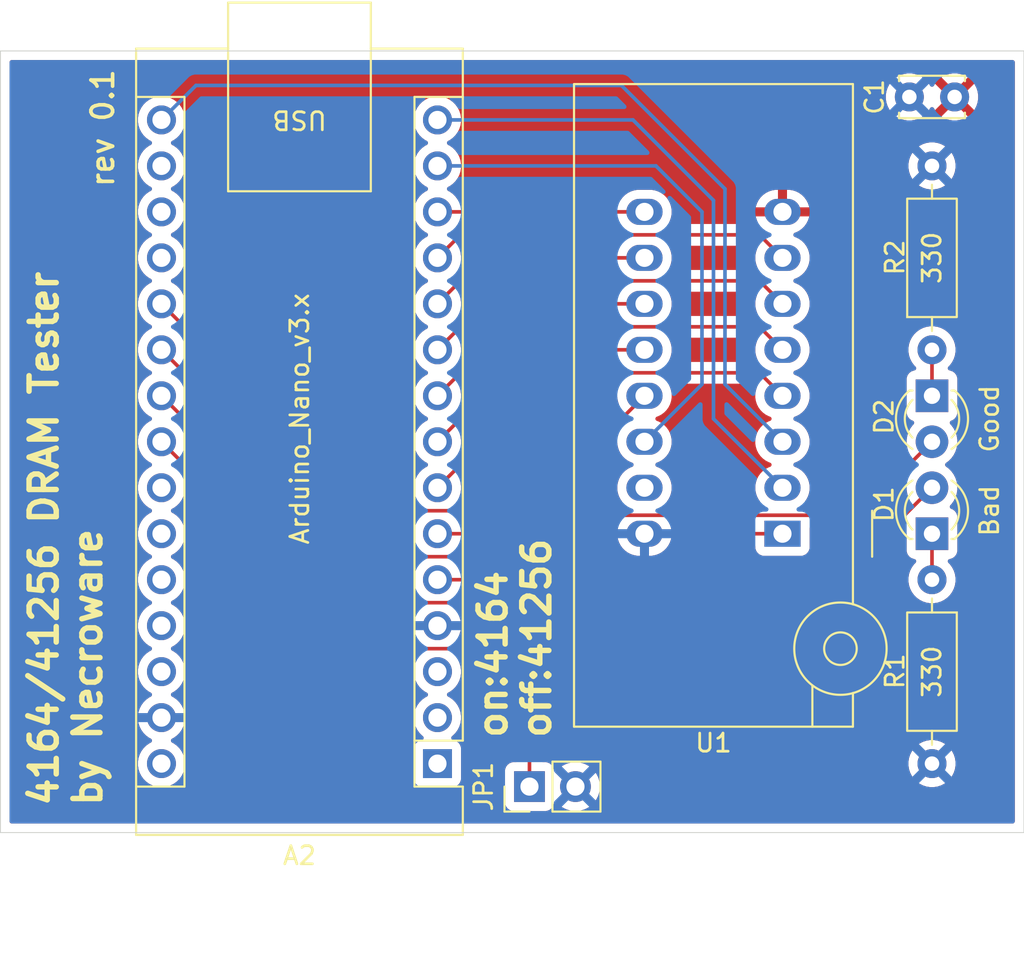
<source format=kicad_pcb>
(kicad_pcb (version 20241229) (generator "pcbnew") (generator_version "9.0")
  (title_block (title "DRAM Tester") (date "2026-01-05") (rev "0.1") (company "Necroware"))
  (layers (0 "F.Cu" signal) (2 "B.Cu" signal) (13 "F.Paste" user) (15 "B.Paste" user) (5 "F.SilkS" user "F.Silkscreen") (7 "B.SilkS" user "B.Silkscreen") (1 "F.Mask" user) (3 "B.Mask" user) (25 "Edge.Cuts" user))
  (net 0 "")
  (net 1 "/A0")
  (net 2 "/RAS")
  (net 3 "/A2")
  (net 4 "Net-(A2-A4)")
  (net 6 "/DIN")
  (net 7 "/A4")
  (net 10 "/A7")
  (net 11 "/A6")
  (net 12 "/CAS")
  (net 14 "/A3")
  (net 18 "/A1")
  (net 20 "/A5")
  (net 21 "/WE")
  (net 22 "/DOUT")
  (net 25 "Net-(A2-A3)")
  (net 26 "Net-(A2-A2)")
  (net 27 "/A8")
  (net 28 "Net-(D1-K)")
  (net 29 "Net-(D2-K)")
  (net 30 "GND")
  (net 31 "VCC")
  (footprint "LED_THT:LED_D3.0mm" (layer "F.Cu") (at 172.085 91.44 -90)
    (property "Reference" "D2" (at 1.156115 2.64721 90) (layer "F.SilkS"))
    (property "Value" "G_LED")
    (property "Text" "Good" (at 1.27 -3.175 90) (layer "F.SilkS"))
    (fp_line (start -0.29 1.08) (end -0.29 1.236) (stroke (width 0.12)) (layer "F.SilkS"))
    (fp_line (start -0.29 -1.236) (end -0.29 -1.08) (stroke (width 0.12)) (layer "F.SilkS"))
    (fp_arc (start 2.310961 1.08) (mid 1.27 1.5) (end 0.229039 1.08) (stroke (width 0.12)) (layer "F.SilkS"))
    (fp_arc (start 2.941437 1.08) (mid 1.36566 1.987699) (end -0.29 1.235516) (stroke (width 0.12)) (layer "F.SilkS"))
    (fp_arc (start 0.229039 -1.08) (mid 1.27 -1.5) (end 2.310961 -1.08) (stroke (width 0.12)) (layer "F.SilkS"))
    (fp_arc (start -0.29 -1.235516) (mid 1.36566 -1.987699) (end 2.941437 -1.08) (stroke (width 0.12)) (layer "F.SilkS"))
    (pad "1" thru_hole rect (at 0 0 270) (size 1.8 1.8) (drill 0.9) (layers "*.Cu" "*.Mask") (net 29 "Net-(D2-K)"))
    (pad "2" thru_hole circle (at 2.54 0 270) (size 1.8 1.8) (drill 0.9) (layers "*.Cu" "*.Mask") (net 26 "Net-(A2-A2)"))
  )
  (footprint "LED_THT:LED_D3.0mm" (layer "F.Cu") (at 172.085 99.06 90)
    (property "Reference" "D1" (at 1.629541 -2.64721 90) (layer "F.SilkS"))
    (property "Value" "R_LED")
    (property "Text" "Bad" (at 1.27 3.175 90) (layer "F.SilkS"))
    (fp_line (start -0.29 -1.236) (end -0.29 -1.08) (stroke (width 0.12)) (layer "F.SilkS"))
    (fp_line (start -0.29 1.08) (end -0.29 1.236) (stroke (width 0.12)) (layer "F.SilkS"))
    (fp_arc (start -0.29 -1.235516) (mid 1.36566 -1.987699) (end 2.941437 -1.08) (stroke (width 0.12)) (layer "F.SilkS"))
    (fp_arc (start 0.229039 -1.08) (mid 1.27 -1.5) (end 2.310961 -1.08) (stroke (width 0.12)) (layer "F.SilkS"))
    (fp_arc (start 2.941437 1.08) (mid 1.36566 1.987699) (end -0.29 1.235516) (stroke (width 0.12)) (layer "F.SilkS"))
    (fp_arc (start 2.310961 1.08) (mid 1.27 1.5) (end 0.229039 1.08) (stroke (width 0.12)) (layer "F.SilkS"))
    (pad "1" thru_hole rect (at 0 0 90) (size 1.8 1.8) (drill 0.9) (layers "*.Cu" "*.Mask") (net 28 "Net-(D1-K)"))
    (pad "2" thru_hole circle (at 2.54 0 90) (size 1.8 1.8) (drill 0.9) (layers "*.Cu" "*.Mask") (net 25 "Net-(A2-A3)"))
  )
  (footprint "Socket:DIP_Socket-16_W4.3mm_W5.08mm_W7.62mm_W10.16mm_W10.9mm_3M_216-3340-00-0602J" (layer "F.Cu") (at 163.83 99.06 180)
    (property "Reference" "U1" (at 3.81 -11.56 180) (layer "F.SilkS"))
    (property "Value" "TMM41256AP")
    (fp_line (start 11.51 24.84) (end 11.51 -10.66) (stroke (width 0.12)) (layer "F.SilkS"))
    (fp_line (start 11.51 -10.66) (end -3.89 -10.66) (stroke (width 0.12)) (layer "F.SilkS"))
    (fp_line (start -1.65 -10.66) (end -1.65 -8.4) (stroke (width 0.12)) (layer "F.SilkS"))
    (fp_line (start -3.89 24.84) (end 11.51 24.84) (stroke (width 0.12)) (layer "F.SilkS"))
    (fp_line (start -3.89 -3.9) (end -3.89 24.84) (stroke (width 0.12)) (layer "F.SilkS"))
    (fp_line (start -3.89 -10.66) (end -3.89 -8.8) (stroke (width 0.12)) (layer "F.SilkS"))
    (fp_line (start -4.95 1.27) (end -4.95 -1.27) (stroke (width 0.12)) (layer "F.SilkS"))
    (fp_circle (center -3.2 -6.35) (end -0.65 -6.35) (stroke (width 0.12)) (fill no) (layer "F.SilkS"))
    (fp_circle (center -3.2 -6.35) (end -2.3 -6.35) (stroke (width 0.12)) (fill no) (layer "F.SilkS"))
    (pad "1" thru_hole rect (at 0 0 180) (size 2 1.44) (drill 1) (layers "*.Cu" "*.Mask") (net 27 "/A8"))
    (pad "2" thru_hole oval (at 0 2.54 180) (size 2 1.44) (drill 1) (layers "*.Cu" "*.Mask") (net 6 "/DIN"))
    (pad "3" thru_hole oval (at 0 5.08 180) (size 2 1.44) (drill 1) (layers "*.Cu" "*.Mask") (net 21 "/WE"))
    (pad "4" thru_hole oval (at 0 7.62 180) (size 2 1.44) (drill 1) (layers "*.Cu" "*.Mask") (net 2 "/RAS"))
    (pad "5" thru_hole oval (at 0 10.16 180) (size 2 1.44) (drill 1) (layers "*.Cu" "*.Mask") (net 1 "/A0"))
    (pad "6" thru_hole oval (at 0 12.7 180) (size 2 1.44) (drill 1) (layers "*.Cu" "*.Mask") (net 3 "/A2"))
    (pad "7" thru_hole oval (at 0 15.24 180) (size 2 1.44) (drill 1) (layers "*.Cu" "*.Mask") (net 18 "/A1"))
    (pad "8" thru_hole oval (at 0 17.78 180) (size 2 1.44) (drill 1) (layers "*.Cu" "*.Mask") (net 31 "VCC"))
    (pad "9" thru_hole oval (at 7.62 17.78 180) (size 2 1.44) (drill 1) (layers "*.Cu" "*.Mask") (net 10 "/A7"))
    (pad "10" thru_hole oval (at 7.62 15.24 180) (size 2 1.44) (drill 1) (layers "*.Cu" "*.Mask") (net 20 "/A5"))
    (pad "11" thru_hole oval (at 7.62 12.7 180) (size 2 1.44) (drill 1) (layers "*.Cu" "*.Mask") (net 7 "/A4"))
    (pad "12" thru_hole oval (at 7.62 10.16 180) (size 2 1.44) (drill 1) (layers "*.Cu" "*.Mask") (net 14 "/A3"))
    (pad "13" thru_hole oval (at 7.62 7.62 180) (size 2 1.44) (drill 1) (layers "*.Cu" "*.Mask") (net 11 "/A6"))
    (pad "14" thru_hole oval (at 7.62 5.08 180) (size 2 1.44) (drill 1) (layers "*.Cu" "*.Mask") (net 22 "/DOUT"))
    (pad "15" thru_hole oval (at 7.62 2.54 180) (size 2 1.44) (drill 1) (layers "*.Cu" "*.Mask") (net 12 "/CAS"))
    (pad "16" thru_hole oval (at 7.62 0 180) (size 2 1.44) (drill 1) (layers "*.Cu" "*.Mask") (net 30 "GND"))
  )
  (footprint "Resistor_THT:R_Axial_DIN0207_L6.3mm_D2.5mm_P10.16mm_Horizontal" (layer "F.Cu") (at 172.085 88.9 90)
    (property "Reference" "R2" (at 5.101939 -2.046024 90) (layer "F.SilkS"))
    (property "Value" "330" (at 5.08 0 90) (layer "F.SilkS"))
    (fp_line (start 9.12 0) (end 8.35 0) (stroke (width 0.12)) (layer "F.SilkS"))
    (fp_line (start 1.04 0) (end 1.81 0) (stroke (width 0.12)) (layer "F.SilkS"))
    (fp_rect (start 1.81 -1.37) (end 8.35 1.37) (stroke (width 0.12)) (fill no) (layer "F.SilkS"))
    (pad "1" thru_hole circle (at 0 0 90) (size 1.6 1.6) (drill 0.8) (layers "*.Cu" "*.Mask") (net 29 "Net-(D2-K)"))
    (pad "2" thru_hole circle (at 10.16 0 90) (size 1.6 1.6) (drill 0.8) (layers "*.Cu" "*.Mask") (net 30 "GND"))
  )
  (footprint "Resistor_THT:R_Axial_DIN0207_L6.3mm_D2.5mm_P10.16mm_Horizontal" (layer "F.Cu") (at 172.085 101.6 -90)
    (property "Reference" "R1" (at 5.058061 2.046024 90) (layer "F.SilkS"))
    (property "Value" "330" (at 5.08 0 90) (layer "F.SilkS"))
    (fp_line (start 1.04 0) (end 1.81 0) (stroke (width 0.12)) (layer "F.SilkS"))
    (fp_line (start 9.12 0) (end 8.35 0) (stroke (width 0.12)) (layer "F.SilkS"))
    (fp_rect (start 1.81 -1.37) (end 8.35 1.37) (stroke (width 0.12)) (fill no) (layer "F.SilkS"))
    (pad "1" thru_hole circle (at 0 0 270) (size 1.6 1.6) (drill 0.8) (layers "*.Cu" "*.Mask") (net 28 "Net-(D1-K)"))
    (pad "2" thru_hole circle (at 10.16 0 270) (size 1.6 1.6) (drill 0.8) (layers "*.Cu" "*.Mask") (net 30 "GND"))
  )
  (footprint "Module:Arduino_Nano" (layer "F.Cu") (at 144.78 111.76 180)
    (property "Reference" "A2" (at 7.62 -5.08 0) (layer "F.SilkS"))
    (property "Value" "Arduino_Nano_v3.x" (at 7.61 19.05 90) (layer "F.SilkS"))
    (fp_line (start 16.64 39.5) (end 16.64 -3.94) (stroke (width 0.12)) (layer "F.SilkS"))
    (fp_line (start 16.64 39.5) (end 11.56 39.5) (stroke (width 0.12)) (layer "F.SilkS"))
    (fp_line (start 16.64 -3.94) (end -1.4 -3.94) (stroke (width 0.12)) (layer "F.SilkS"))
    (fp_line (start 13.97 36.83) (end 16.64 36.83) (stroke (width 0.12)) (layer "F.SilkS"))
    (fp_line (start 13.97 -1.27) (end 16.64 -1.27) (stroke (width 0.12)) (layer "F.SilkS"))
    (fp_line (start 13.97 -1.27) (end 13.97 36.83) (stroke (width 0.12)) (layer "F.SilkS"))
    (fp_line (start 11.56 42.04) (end 3.68 42.04) (stroke (width 0.12)) (layer "F.SilkS"))
    (fp_line (start 11.56 31.62) (end 11.56 42.04) (stroke (width 0.12)) (layer "F.SilkS"))
    (fp_line (start 3.68 42.04) (end 3.68 31.62) (stroke (width 0.12)) (layer "F.SilkS"))
    (fp_line (start 3.68 31.62) (end 11.56 31.62) (stroke (width 0.12)) (layer "F.SilkS"))
    (fp_line (start 1.27 36.83) (end -1.4 36.83) (stroke (width 0.12)) (layer "F.SilkS"))
    (fp_line (start 1.27 1.27) (end 1.27 36.83) (stroke (width 0.12)) (layer "F.SilkS"))
    (fp_line (start 1.27 1.27) (end 1.27 -1.27) (stroke (width 0.12)) (layer "F.SilkS"))
    (fp_line (start 1.27 1.27) (end -1.4 1.27) (stroke (width 0.12)) (layer "F.SilkS"))
    (fp_line (start 1.27 -1.27) (end -1.4 -1.27) (stroke (width 0.12)) (layer "F.SilkS"))
    (fp_line (start -1.4 39.5) (end 3.68 39.5) (stroke (width 0.12)) (layer "F.SilkS"))
    (fp_line (start -1.4 1.27) (end -1.4 39.5) (stroke (width 0.12)) (layer "F.SilkS"))
    (fp_line (start -1.4 -3.94) (end -1.4 -1.27) (stroke (width 0.12)) (layer "F.SilkS"))
    (fp_text user "USB" (at 7.62 35.56 180) (layer "F.SilkS"))
    (pad "1" thru_hole rect (at 0 0 180) (size 1.6 1.6) (drill 1) (layers "*.Cu" "*.Mask"))
    (pad "2" thru_hole oval (at 0 2.54 180) (size 1.6 1.6) (drill 1) (layers "*.Cu" "*.Mask"))
    (pad "3" thru_hole oval (at 0 5.08 180) (size 1.6 1.6) (drill 1) (layers "*.Cu" "*.Mask"))
    (pad "4" thru_hole oval (at 0 7.62 180) (size 1.6 1.6) (drill 1) (layers "*.Cu" "*.Mask") (net 30 "GND"))
    (pad "5" thru_hole oval (at 0 10.16 180) (size 1.6 1.6) (drill 1) (layers "*.Cu" "*.Mask") (net 27 "/A8"))
    (pad "6" thru_hole oval (at 0 12.7 180) (size 1.6 1.6) (drill 1) (layers "*.Cu" "*.Mask") (net 11 "/A6"))
    (pad "7" thru_hole oval (at 0 15.24 180) (size 1.6 1.6) (drill 1) (layers "*.Cu" "*.Mask") (net 14 "/A3"))
    (pad "8" thru_hole oval (at 0 17.78 180) (size 1.6 1.6) (drill 1) (layers "*.Cu" "*.Mask") (net 1 "/A0"))
    (pad "9" thru_hole oval (at 0 20.32 180) (size 1.6 1.6) (drill 1) (layers "*.Cu" "*.Mask") (net 7 "/A4"))
    (pad "10" thru_hole oval (at 0 22.86 180) (size 1.6 1.6) (drill 1) (layers "*.Cu" "*.Mask") (net 3 "/A2"))
    (pad "11" thru_hole oval (at 0 25.4 180) (size 1.6 1.6) (drill 1) (layers "*.Cu" "*.Mask") (net 20 "/A5"))
    (pad "12" thru_hole oval (at 0 27.94 180) (size 1.6 1.6) (drill 1) (layers "*.Cu" "*.Mask") (net 18 "/A1"))
    (pad "13" thru_hole oval (at 0 30.48 180) (size 1.6 1.6) (drill 1) (layers "*.Cu" "*.Mask") (net 10 "/A7"))
    (pad "14" thru_hole oval (at 0 33.02 180) (size 1.6 1.6) (drill 1) (layers "*.Cu" "*.Mask") (net 22 "/DOUT"))
    (pad "15" thru_hole oval (at 0 35.56 180) (size 1.6 1.6) (drill 1) (layers "*.Cu" "*.Mask") (net 6 "/DIN"))
    (pad "16" thru_hole oval (at 15.24 35.56 180) (size 1.6 1.6) (drill 1) (layers "*.Cu" "*.Mask") (net 21 "/WE"))
    (pad "17" thru_hole oval (at 15.24 33.02 180) (size 1.6 1.6) (drill 1) (layers "*.Cu" "*.Mask"))
    (pad "18" thru_hole oval (at 15.24 30.48 180) (size 1.6 1.6) (drill 1) (layers "*.Cu" "*.Mask"))
    (pad "19" thru_hole oval (at 15.24 27.94 180) (size 1.6 1.6) (drill 1) (layers "*.Cu" "*.Mask") (net 12 "/CAS"))
    (pad "20" thru_hole oval (at 15.24 25.4 180) (size 1.6 1.6) (drill 1) (layers "*.Cu" "*.Mask") (net 2 "/RAS"))
    (pad "21" thru_hole oval (at 15.24 22.86 180) (size 1.6 1.6) (drill 1) (layers "*.Cu" "*.Mask") (net 26 "Net-(A2-A2)"))
    (pad "22" thru_hole oval (at 15.24 20.32 180) (size 1.6 1.6) (drill 1) (layers "*.Cu" "*.Mask") (net 25 "Net-(A2-A3)"))
    (pad "23" thru_hole oval (at 15.24 17.78 180) (size 1.6 1.6) (drill 1) (layers "*.Cu" "*.Mask") (net 4 "Net-(A2-A4)"))
    (pad "24" thru_hole oval (at 15.24 15.24 180) (size 1.6 1.6) (drill 1) (layers "*.Cu" "*.Mask"))
    (pad "25" thru_hole oval (at 15.24 12.7 180) (size 1.6 1.6) (drill 1) (layers "*.Cu" "*.Mask"))
    (pad "26" thru_hole oval (at 15.24 10.16 180) (size 1.6 1.6) (drill 1) (layers "*.Cu" "*.Mask"))
    (pad "27" thru_hole oval (at 15.24 7.62 180) (size 1.6 1.6) (drill 1) (layers "*.Cu" "*.Mask"))
    (pad "28" thru_hole oval (at 15.24 5.08 180) (size 1.6 1.6) (drill 1) (layers "*.Cu" "*.Mask"))
    (pad "29" thru_hole oval (at 15.24 2.54 180) (size 1.6 1.6) (drill 1) (layers "*.Cu" "*.Mask") (net 30 "GND"))
    (pad "30" thru_hole oval (at 15.24 0 180) (size 1.6 1.6) (drill 1) (layers "*.Cu" "*.Mask"))
  )
  (footprint "Capacitor_THT:C_Disc_D3.4mm_W2.1mm_P2.50mm" (layer "F.Cu") (at 173.335 74.93 180)
    (property "Reference" "C1" (at 4.425 0 90) (layer "F.SilkS"))
    (property "Value" "C")
    (fp_line (start 3.07 1.17) (end -0.57 1.17) (stroke (width 0.12)) (layer "F.SilkS"))
    (fp_line (start 3.07 0.87) (end 3.07 1.17) (stroke (width 0.12)) (layer "F.SilkS"))
    (fp_line (start 3.07 -1.17) (end 3.07 -0.87) (stroke (width 0.12)) (layer "F.SilkS"))
    (fp_line (start -0.57 1.17) (end -0.57 0.87) (stroke (width 0.12)) (layer "F.SilkS"))
    (fp_line (start -0.57 -0.87) (end -0.57 -1.17) (stroke (width 0.12)) (layer "F.SilkS"))
    (fp_line (start -0.57 -1.17) (end 3.07 -1.17) (stroke (width 0.12)) (layer "F.SilkS"))
    (pad "1" thru_hole circle (at 0 0 180) (size 1.6 1.6) (drill 0.8) (layers "*.Cu" "*.Mask") (net 31 "VCC"))
    (pad "2" thru_hole circle (at 2.5 0 180) (size 1.6 1.6) (drill 0.8) (layers "*.Cu" "*.Mask") (net 30 "GND"))
  )
  (footprint "Connector_PinHeader_2.54mm:PinHeader_1x02_P2.54mm_Vertical" (layer "F.Cu") (at 149.86 113.03 90)
    (property "Reference" "JP1" (at 0 -2.54 90) (layer "F.SilkS"))
    (property "Value" "Jumper")
    (fp_line (start -1.38 -1.38) (end 0 -1.38) (stroke (width 0.12)) (layer "F.SilkS"))
    (fp_line (start -1.38 0) (end -1.38 -1.38) (stroke (width 0.12)) (layer "F.SilkS"))
    (fp_line (start 1.38 1.27) (end 1.38 3.92) (stroke (width 0.12)) (layer "F.SilkS"))
    (fp_line (start -1.38 1.27) (end 1.38 1.27) (stroke (width 0.12)) (layer "F.SilkS"))
    (fp_line (start -1.38 1.27) (end -1.38 3.92) (stroke (width 0.12)) (layer "F.SilkS"))
    (fp_line (start -1.38 3.92) (end 1.38 3.92) (stroke (width 0.12)) (layer "F.SilkS"))
    (pad "1" thru_hole rect (at 0 0 90) (size 1.7 1.7) (drill 1) (layers "*.Cu" "*.Mask") (net 4 "Net-(A2-A4)"))
    (pad "2" thru_hole circle (at 0 2.54 90) (size 1.7 1.7) (drill 1) (layers "*.Cu" "*.Mask") (net 30 "GND"))
  )
  (gr_line (start 120.65 72.39) (end 177.165 72.39) (stroke (width 0.05)) (layer "Edge.Cuts"))
  (gr_line (start 177.159407 72.382086) (end 177.159407 115.562086) (stroke (width 0.05)) (layer "Edge.Cuts"))
  (gr_line (start 177.165 115.57) (end 120.65 115.57) (stroke (width 0.05)) (layer "Edge.Cuts"))
  (gr_line (start 120.65 115.57) (end 120.65 72.39) (stroke (width 0.05)) (layer "Edge.Cuts"))
  (gr_text "on:4164\noff:41256" (at 151.13 110.49 90) (layer "F.SilkS") (effects (font (size 1.5 1.5) (thickness 0.3) (bold yes)) (justify left bottom)))
  (gr_text "rev ${REVISION}" (at 127 80.01 90) (layer "F.SilkS") (effects (font (size 1.2 1.2) (thickness 0.2) (bold yes)) (justify left bottom)))
  (gr_text "4164/41256 DRAM Tester\nby Necroware\n" (at 126.344035 114.24138 90) (layer "F.SilkS") (effects (font (size 1.5 1.5) (thickness 0.3) (bold yes)) (justify left bottom)))
  (segment (start 162.56 87.63) (end 163.83 88.9) (width 0.2) (layer "F.Cu") (net 1))
  (segment (start 144.78 93.98) (end 151.13 87.63) (width 0.2) (layer "F.Cu") (net 1))
  (segment (start 151.13 87.63) (end 162.56 87.63) (width 0.2) (layer "F.Cu") (net 1))
  (segment (start 147.32 97.79) (end 140.97 97.79) (width 0.2) (layer "F.Cu") (net 2))
  (segment (start 154.94 90.17) (end 147.32 97.79) (width 0.2) (layer "F.Cu") (net 2))
  (segment (start 140.97 97.79) (end 129.54 86.36) (width 0.2) (layer "F.Cu") (net 2))
  (segment (start 162.56 90.17) (end 154.94 90.17) (width 0.2) (layer "F.Cu") (net 2))
  (segment (start 163.83 91.44) (end 162.56 90.17) (width 0.2) (layer "F.Cu") (net 2))
  (segment (start 144.78 88.9) (end 148.59 85.09) (width 0.2) (layer "F.Cu") (net 3))
  (segment (start 148.59 85.09) (end 162.56 85.09) (width 0.2) (layer "F.Cu") (net 3))
  (segment (start 162.56 85.09) (end 163.83 86.36) (width 0.2) (layer "F.Cu") (net 3))
  (segment (start 140.97 105.41) (end 147.32 105.41) (width 0.2) (layer "F.Cu") (net 4))
  (segment (start 147.32 105.41) (end 149.86 107.95) (width 0.2) (layer "F.Cu") (net 4))
  (segment (start 149.86 107.95) (end 149.86 113.03) (width 0.2) (layer "F.Cu") (net 4))
  (segment (start 129.54 93.98) (end 140.97 105.41) (width 0.2) (layer "F.Cu") (net 4))
  (segment (start 155.575 76.2) (end 160.02 80.645) (width 0.2) (layer "B.Cu") (net 6))
  (segment (start 144.78 76.2) (end 155.575 76.2) (width 0.2) (layer "B.Cu") (net 6))
  (segment (start 160.02 80.645) (end 160.02 92.71) (width 0.2) (layer "B.Cu") (net 6))
  (segment (start 160.02 92.71) (end 163.83 96.52) (width 0.2) (layer "B.Cu") (net 6))
  (segment (start 144.78 91.44) (end 149.86 86.36) (width 0.2) (layer "F.Cu") (net 7))
  (segment (start 149.86 86.36) (end 156.21 86.36) (width 0.2) (layer "F.Cu") (net 7))
  (segment (start 144.78 81.28) (end 156.21 81.28) (width 0.2) (layer "F.Cu") (net 10))
  (segment (start 144.78 99.06) (end 148.59 99.06) (width 0.2) (layer "F.Cu") (net 11))
  (segment (start 148.59 99.06) (end 156.21 91.44) (width 0.2) (layer "F.Cu") (net 11))
  (segment (start 144.78 96.52) (end 152.4 88.9) (width 0.2) (layer "F.Cu") (net 14))
  (segment (start 152.4 88.9) (end 156.21 88.9) (width 0.2) (layer "F.Cu") (net 14))
  (segment (start 162.56 82.55) (end 163.83 83.82) (width 0.2) (layer "F.Cu") (net 18))
  (segment (start 144.78 83.82) (end 146.05 82.55) (width 0.2) (layer "F.Cu") (net 18))
  (segment (start 146.05 82.55) (end 162.56 82.55) (width 0.2) (layer "F.Cu") (net 18))
  (segment (start 147.32 83.82) (end 156.21 83.82) (width 0.2) (layer "F.Cu") (net 20))
  (segment (start 144.78 86.36) (end 147.32 83.82) (width 0.2) (layer "F.Cu") (net 20))
  (segment (start 160.655 80.01) (end 160.655 90.805) (width 0.2) (layer "B.Cu") (net 21))
  (segment (start 131.445 74.295) (end 154.94 74.295) (width 0.2) (layer "B.Cu") (net 21))
  (segment (start 154.94 74.295) (end 160.655 80.01) (width 0.2) (layer "B.Cu") (net 21))
  (segment (start 160.655 90.805) (end 163.83 93.98) (width 0.2) (layer "B.Cu") (net 21))
  (segment (start 129.54 76.2) (end 131.445 74.295) (width 0.2) (layer "B.Cu") (net 21))
  (segment (start 156.845 78.74) (end 159.385 81.28) (width 0.2) (layer "B.Cu") (net 22))
  (segment (start 159.385 90.805) (end 156.21 93.98) (width 0.2) (layer "B.Cu") (net 22))
  (segment (start 159.385 81.28) (end 159.385 90.805) (width 0.2) (layer "B.Cu") (net 22))
  (segment (start 144.78 78.74) (end 156.845 78.74) (width 0.2) (layer "B.Cu") (net 22))
  (segment (start 172.085 96.52) (end 165.735 102.87) (width 0.2) (layer "F.Cu") (net 25))
  (segment (start 165.735 102.87) (end 140.97 102.87) (width 0.2) (layer "F.Cu") (net 25))
  (segment (start 140.97 102.87) (end 129.54 91.44) (width 0.2) (layer "F.Cu") (net 25))
  (segment (start 152.151 98.039) (end 149.86 100.33) (width 0.2) (layer "F.Cu") (net 26))
  (segment (start 168.026 98.039) (end 152.151 98.039) (width 0.2) (layer "F.Cu") (net 26))
  (segment (start 149.86 100.33) (end 140.97 100.33) (width 0.2) (layer "F.Cu") (net 26))
  (segment (start 140.97 100.33) (end 129.54 88.9) (width 0.2) (layer "F.Cu") (net 26))
  (segment (start 172.085 93.98) (end 168.026 98.039) (width 0.2) (layer "F.Cu") (net 26))
  (segment (start 160.02 99.06) (end 163.83 99.06) (width 0.2) (layer "F.Cu") (net 27))
  (segment (start 157.48 101.6) (end 160.02 99.06) (width 0.2) (layer "F.Cu") (net 27))
  (segment (start 144.78 101.6) (end 157.48 101.6) (width 0.2) (layer "F.Cu") (net 27))
  (segment (start 172.085 99.06) (end 172.085 101.6) (width 0.2) (layer "F.Cu") (net 28))
  (segment (start 172.085 91.44) (end 172.085 88.9) (width 0.2) (layer "F.Cu") (net 29))
  (zone (net 31) (net_name "VCC") (layer "F.Cu") (priority 1) (connect_pads (clearance 0.5)) (min_thickness 0.25) (fill yes (thermal_gap 0.5) (thermal_bridge_width 0.5) (smoothing chamfer) (island_removal_mode 1) (island_area_min 10))
    (polygon (pts (xy 120.65 72.39) (xy 177.165 72.39) (xy 177.165 115.57) (xy 120.65 115.57)))
  )
  (zone (net 30) (net_name "GND") (layer "B.Cu") (connect_pads (clearance 0.5)) (min_thickness 0.25) (fill yes (thermal_gap 0.5) (thermal_bridge_width 0.5) (smoothing chamfer) (island_removal_mode 1) (island_area_min 10))
    (polygon (pts (xy 120.65 72.39) (xy 177.165 72.39) (xy 177.165 115.57) (xy 120.65 115.57)))
  )
)
</source>
